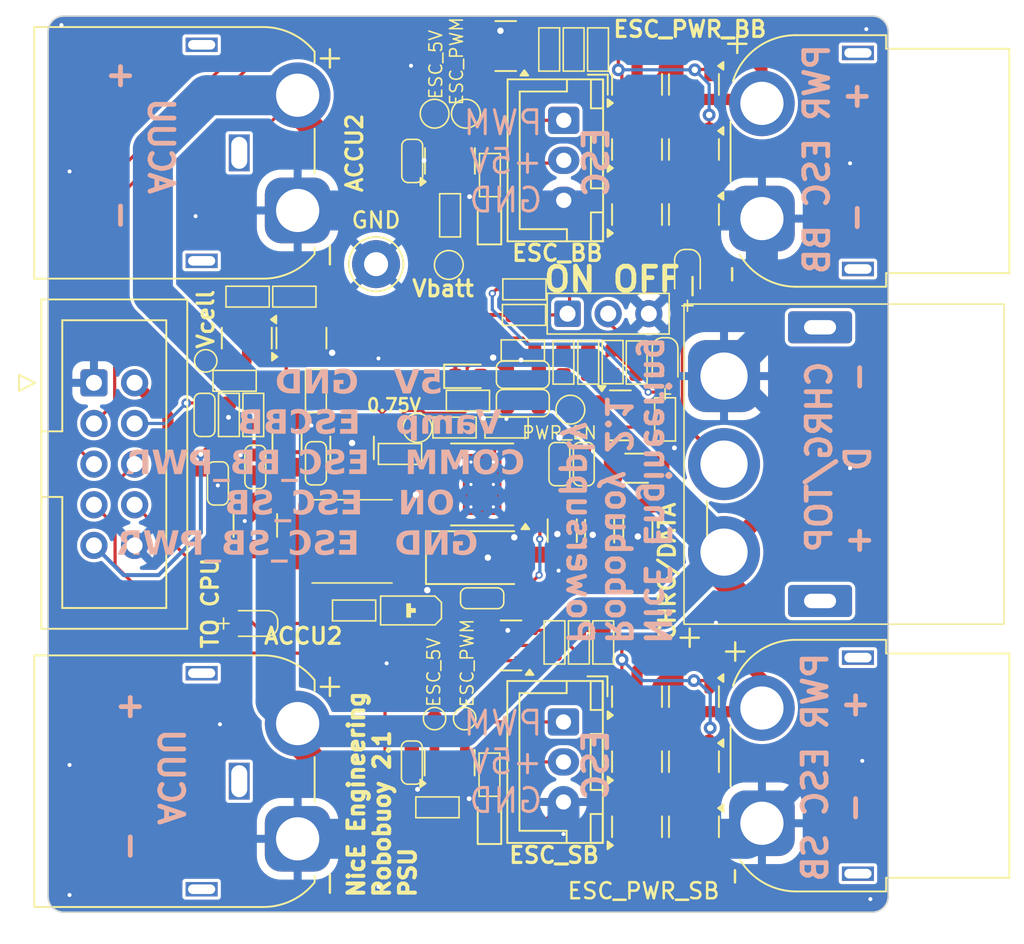
<source format=kicad_pcb>
(kicad_pcb (version 20241229) (generator "pcbnew") (generator_version "9.0")
  (title_block (title "Bottom V2.0 Round") (date "2025-03-14") (rev "2.0") (company "NicE Engineering"))
  (layers (0 "F.Cu" signal) (4 "In1.Cu" signal) (6 "In2.Cu" signal) (2 "B.Cu" signal) (13 "F.Paste" user) (15 "B.Paste" user) (5 "F.SilkS" user "F.Silkscreen") (7 "B.SilkS" user "B.Silkscreen") (1 "F.Mask" user) (3 "B.Mask" user) (25 "Edge.Cuts" user))
  (net 0 "")
  (net 1 "Net-(D101-A)")
  (net 2 "GND")
  (net 3 "VSAMP")
  (net 4 "Vbatt")
  (net 5 "+5V")
  (net 6 "COMM")
  (net 7 "Net-(Q101-D)")
  (net 8 "Net-(Q102-G)")
  (net 9 "Net-(Q102-D)")
  (net 10 "Net-(Q103-D)")
  (net 11 "ESC_SB_PWR")
  (net 12 "Net-(Q104-D)")
  (net 13 "ESC_BB_PWR")
  (net 14 "Net-(Q105-G)")
  (net 15 "Net-(Q106-G)")
  (net 16 "Net-(Q101-G)")
  (net 17 "ESC_BB")
  (net 18 "Net-(U102-A)")
  (net 19 "ESC_SB")
  (net 20 "Net-(D101-K)")
  (net 22 "Net-(D104-K)")
  (net 23 "Net-(U101-BOOT)")
  (net 24 "Net-(D107-K)")
  (net 25 "Net-(J102-Pin_2)")
  (net 26 "Net-(J103-Pin_2)")
  (net 27 "Net-(D105-A)")
  (net 28 "Net-(D106-A)")
  (net 29 "Net-(D108-A)")
  (net 30 "Net-(J102-Pin_1)")
  (net 31 "Net-(J103-Pin_1)")
  (net 32 "Net-(D103-A)")
  (net 33 "Net-(R105-Pad2)")
  (net 34 "Net-(U103-A)")
  (net 35 "Net-(U101-FB)")
  (net 37 "Net-(U101-RT{slash}SYNC)")
  (net 39 "ON")
  (net 40 "Net-(J105-Pin_2)")
  (net 41 "Net-(J106-Pin_2)")
  (net 42 "Net-(Q119-G)")
  (net 43 "Net-(Q119-D)")
  (footprint "A_Device:R_0603" (layer "F.Cu") (at 105.936 77.544 180)
    (property "Reference" "R123" (hide yes))
    (property "Value" "10K")
  )
  (footprint "A_Device:R_0603" (layer "F.Cu") (at 123.589 62.05 -90)
    (property "Reference" "R102" (hide yes))
    (property "Value" "100K")
  )
  (footprint "Connector_IDC:IDC-Header_2x05_P2.54mm_Vertical" (layer "F.Cu") (at 89.68 63.32)
    (property "Reference" "J108" (hide yes))
    (property "Value" "TO CPU")
  )
  (footprint "A_Device:C_0603" (layer "F.Cu") (at 109.5428 87.05 -90)
    (property "Reference" "C108" (hide yes))
    (property "Value" "100n")
  )
  (footprint "LED_SMD:LED_0603_1608Metric" (layer "F.Cu") (at 114.3942 90.6504 90)
    (property "Reference" "D105" (hide yes))
    (property "Value" "PWR_ESC")
  )
  (footprint "A_Device:R_0603" (layer "F.Cu") (at 115.461 66.114 180)
    (property "Reference" "R124" (hide yes))
    (property "Value" "47K")
  )
  (footprint "Package_TO_SOT_SMD:SOT-23" (layer "F.Cu") (at 127.1704 91.0568 -90)
    (property "Reference" "Q115" (hide yes))
    (property "Value" "AO3401A")
  )
  (footprint "A_Device:R_0603" (layer "F.Cu") (at 118.128 42.492 90)
    (property "Reference" "R118" (hide yes))
    (property "Value" "100K")
  )
  (footprint "Capacitor_SMD:C_1206_3216Metric" (layer "F.Cu") (at 101.745 67.1046 90)
    (property "Reference" "C113" (hide yes))
    (property "Value" "4.7uF/10V")
  )
  (footprint "Diode_SMD:D_SMA" (layer "F.Cu") (at 113.937 74.242)
    (property "Reference" "D107" (hide yes))
    (property "Value" "SS54")
  )
  (footprint "Package_TO_SOT_SMD:SOT-23-5" (layer "F.Cu") (at 111.905 87.05 90)
    (property "Reference" "U102" (hide yes))
    (property "Value" "SN74LV1T34DBV")
  )
  (footprint "A_Device:R_0603" (layer "F.Cu") (at 119.9799 79.5404 90)
    (property "Reference" "R119" (hide yes))
    (property "Value" "10K")
  )
  (footprint "A_Device:R_0603" (layer "F.Cu") (at 108.8062 67.765)
    (property "Reference" "R115" (hide yes))
    (property "Value" "47K")
  )
  (footprint "A_Connector:AMASS_XT60IPW-M_1x03_P7.20mm_Horizontal" (layer "F.Cu") (at 102.4085 91.812 90)
    (property "Reference" "J104" (hide yes))
    (property "Value" "ACCU2")
  )
  (footprint "A_Device:R_0603" (layer "F.Cu") (at 111.143 89.844 180)
    (property "Reference" "R112" (hide yes))
    (property "Value" "100")
  )
  (footprint "Connector_JST:JST_XH_B3B-XH-A_1x03_P2.50mm_Vertical" (layer "F.Cu") (at 119.034 46.918 -90)
    (property "Reference" "J103" (hide yes))
    (property "Value" "ESC_BB")
  )
  (footprint "Capacitor_SMD:C_1206_3216Metric" (layer "F.Cu") (at 123.589 68.654)
    (property "Reference" "C107" (hide yes))
    (property "Value" "22uF/35V")
  )
  (footprint "A_Device:R_0603" (layer "F.Cu") (at 98.1128 65.3266 -90)
    (property "Reference" "R110" (hide yes))
    (property "Value" "1k")
  )
  (footprint "A_Device:C_0603" (layer "F.Cu") (at 113.937 76.782)
    (property "Reference" "C114" (hide yes))
    (property "Value" "100n")
  )
  (footprint "A_Device:D_SOD-323_1.8x1.4x1.15" (layer "F.Cu") (at 126.764 56.5382 -90)
    (property "Reference" "D109" (hide yes))
    (property "Value" "1N4148WS")
  )
  (footprint "Package_TO_SOT_SMD:SOT-23" (layer "F.Cu") (at 123.6144 44.6764 90)
    (property "Reference" "Q114" (hide yes))
    (property "Value" "AO3401A")
  )
  (footprint "A_Device:R_0603" (layer "F.Cu") (at 112.2098 66.114)
    (property "Reference" "R116" (hide yes))
    (property "Value" "8.2K")
  )
  (footprint "A_Device:R_0603" (layer "F.Cu") (at 111.9304 52.8552 -90)
    (property "Reference" "R111" (hide yes))
    (property "Value" "100")
  )
  (footprint "A_Device:C_0603" (layer "F.Cu") (at 96.5888 65.3266 -90)
    (property "Reference" "C106" (hide yes))
    (property "Value" "100n")
  )
  (footprint "A_Device:C_0603" (layer "F.Cu") (at 120.287 68.4 90)
    (property "Reference" "C102" (hide yes))
    (property "Value" "100n")
  )
  (footprint "A_Device:D_SOD-323_1.8x1.4x1.15" (layer "F.Cu") (at 99.6114 78.3568 180)
    (property "Reference" "D104" (hide yes))
    (property "Value" "1N4148WS")
  )
  (footprint "Package_TO_SOT_SMD:SOT-23" (layer "F.Cu") (at 123.6144 52.8044 90)
    (property "Reference" "Q108" (hide yes))
    (property "Value" "AO3401A")
  )
  (footprint "A_Device:R_0603" (layer "F.Cu") (at 121.5039 79.5404 90)
    (property "Reference" "R121" (hide yes))
    (property "Value" "18K")
  )
  (footprint "A_Connector:AMASS_XT60PW-F_1x02_P7.20mm_Horizontal" (layer "F.Cu") (at 131.417 53.058 -90)
    (property "Reference" "J106" (hide yes))
    (property "Value" "ESC_PWR_BB")
  )
  (footprint "A_Device:C_0603" (layer "F.Cu") (at 118.763 68.4 90)
    (property "Reference" "C103" (hide yes))
    (property "Value" "10n")
  )
  (footprint "A_Pads_Pins:Testpad_1.4" (layer "F.Cu") (at 119.4488 64.9964 180)
    (property "Reference" "TP102" (hide yes))
    (property "Value" "PWR_EN")
  )
  (footprint "A_Pads_Pins:Testpad_1.4" (layer "F.Cu") (at 112.921 46.5052)
    (property "Reference" "TP105" (hide yes))
    (property "Value" "ESC_PWM")
  )
  (footprint "Package_TO_SOT_SMD:SOT-23-5" (layer "F.Cu") (at 111.922 49.458 90)
    (property "Reference" "U103" (hide yes))
    (property "Value" "SN74LV1T34DBV")
  )
  (footprint "TestPoint:TestPoint_Loop_D2.54mm_Drill1.5mm_Beaded" (layer "F.Cu") (at 107.3076 55.9032)
    (property "Reference" "TP101" (hide yes))
    (property "Value" "GND")
  )
  (footprint "Package_TO_SOT_SMD:SOT-23" (layer "F.Cu") (at 102.6453 60.526 90)
    (property "Reference" "Q101" (hide yes))
    (property "Value" "AO3400A")
  )
  (footprint "A_Device:R_0603" (layer "F.Cu") (at 98.4684 63.193 180)
    (property "Reference" "R109" (hide yes))
    (property "Value" "6.2k")
  )
  (footprint "Package_TO_SOT_SMD:SOT-23" (layer "F.Cu") (at 127.1704 82.9288 -90)
    (property "Reference" "Q111" (hide yes))
    (property "Value" "AO3401A")
  )
  (footprint "A_Device:R_0603" (layer "F.Cu") (at 116.477 61.288 180)
    (property "Reference" "R107" (hide yes))
    (property "Value" "47K")
  )
  (footprint "A_Connector:AMASS_XT60IPW-M_1x03_P5.50mm_Vertical" (layer "F.Cu") (at 129.05 68.4 -90)
    (property "Reference" "J101" (hide yes))
    (property "Value" "CHRG/DATA")
  )
  (footprint "A_Device:R_0603" (layer "F.Cu") (at 116.5786 57.478 180)
    (property "Reference" "R127" (hide yes))
    (property "Value" "2K")
  )
  (footprint "A_Device:C_0805" (layer "F.Cu") (at 116.477 62.812 180)
    (property "Reference" "C104" (hide yes))
    (property "Value" "10u/25V")
  )
  (footprint "LED_SMD:LED_0603_1608Metric" (layer "F.Cu") (at 114.3942 53.1854 90)
    (property "Reference" "D106" (hide yes))
    (property "Value" "PWR_ESC")
  )
  (footprint "A_Device:L_6.6x7.0mm" (layer "F.Cu") (at 105.809 73.226 180)
    (property "Reference" "L101" (hide yes))
    (property "Value" "10uH")
  )
  (footprint "Capacitor_SMD:C_1206_3216Metric" (layer "F.Cu") (at 123.6652 72.582051 -90)
    (property "Reference" "C110" (hide yes))
    (property "Value" "22uF/35V")
  )
  (footprint "A_Pads_Pins:Testpad_1.4" (layer "F.Cu") (at 109.8984 66.1394 180)
    (property "Reference" "TP106" (hide yes))
    (property "Value" "0.75V")
  )
  (footprint "A_Connector:AMASS_XT60PW-F_1x02_P7.20mm_Horizontal" (layer "F.Cu") (at 131.417 90.84 -90)
    (property "Reference" "J105" (hide yes))
    (property "Value" "ESC_PWR_SB")
  )
  (footprint "Capacitor_SMD:C_1210_3225Metric" (layer "F.Cu") (at 105.809 67.384 90)
    (property "Reference" "C111" (hide yes))
    (property "Value" "100u/10V")
  )
  (footprint "Package_TO_SOT_SMD:SOT-23" (layer "F.Cu") (at 127.1704 86.9928 -90)
    (property "Reference" "Q113" (hide yes))
    (property "Value" "AO3401A")
  )
  (footprint "A_Connector:AMASS_XT60IPW-M_1x03_P7.20mm_Horizontal" (layer "F.Cu") (at 102.4085 52.55 90)
    (property "Reference" "J107" (hide yes))
    (property "Value" "ACCU2")
  )
  (footprint "Package_TO_SOT_SMD:SOT-23" (layer "F.Cu") (at 123.6144 86.9928 90)
    (property "Reference" "Q105" (hide yes))
    (property "Value" "AO3401A")
  )
  (footprint "Package_SO:SOIC-8-1EP_3.9x4.9mm_P1.27mm_EP2.41x3.81mm_ThermalVias" (layer "F.Cu") (at 113.937 69.67 180)
    (property "Reference" "U101" (hide yes))
    (property "Value" "LMR16020PDDA")
  )
  (footprint "Package_TO_SOT_SMD:SOT-23" (layer "F.Cu") (at 115.7404 79.7284 180)
    (property "Reference" "Q103" (hide yes))
    (property "Value" "AO3400A")
  )
  (footprint "Connector_JST:JST_XH_B3B-XH-A_1x03_P2.50mm_Vertical" (layer "F.Cu") (at 119.017 84.51 -90)
    (property "Reference" "J102" (hide yes))
    (property "Value" "ESC_SB")
  )
  (footprint "A_Device:C_0603" (layer "F.Cu") (at 99.7638 68.5778 90)
    (property "Reference" "C112" (hide yes))
    (property "Value" "100n")
  )
  (footprint "A_Pads_Pins:Testpad_1.4" (layer "F.Cu") (at 111.8542 55.954)
    (property "Reference" "TP109" (hide yes))
    (property "Value" "Vbatt")
  )
  (footprint "A_Device:R_0603" (layer "F.Cu") (at 125.367 65.606 90)
    (property "Reference" "R132" (hide yes))
    (property "Value" "10K")
  )
  (footprint "Package_TO_SOT_SMD:SOT-23" (layer "F.Cu") (at 123.6144 48.7404 90)
    (property "Reference" "Q112" (hide yes))
    (property "Value" "AO3401A")
  )
  (footprint "A_Device:C_0603" (layer "F.Cu") (at 103.5484 68.3492 90)
    (property "Reference" "C119" (hide yes))
    (property "Value" "1n")
  )
  (footprint "A_Device:D_SOD-323_1.8x1.4x1.15" (layer "F.Cu") (at 125.367 62.05 -90)
    (property "Reference" "D101" (hide yes))
    (property "Value" "1N4148WS")
  )
  (footprint "A_Device:C_0603" (layer "F.Cu") (at 109.5682 49.458 -90)
    (property "Reference" "C109" (hide yes))
    (property "Value" "100n")
  )
  (footprint "Package_TO_SOT_SMD:SOT-23" (layer "F.Cu") (at 122.573 65.352)
    (property "Reference" "Q119" (hide yes))
    (property "Value" "AO3401A")
  )
  (footprint "A_Device:C_0603" (layer "F.Cu") (at 97.427 69.6058 -90)
    (property "Reference" "C116" (hide yes))
    (property "Value" "100n")
  )
  (footprint "A_Pads_Pins:Testpad_1.4" (layer "F.Cu") (at 110.9652 46.5052)
    (property "Reference" "TP108" (hide yes))
    (property "Value" "ESC_5V")
  )
  (footprint "A_Device:R_0603" (layer "F.Cu") (at 113.048 64.4376 180)
    (property "Reference" "R103" (hide yes))
    (property "Value" "10K")
  )
  (footprint "A_Connector:Header_1x03_P2.54_Male" (layer "F.Cu") (at 121.811 59.002)
    (property "Reference" "SW101" (hide yes))
    (property "Value" "On/Off")
  )
  (footprint "A_Device:R_0603" (layer "F.Cu") (at 114.4196 50.3406 90)
    (property "Reference" "R114" (hide yes))
    (property "Value" "4.7k")
  )
  (footprint "LED_SMD:LED_0603_1608Metric" (layer "F.Cu") (at 113.048 62.9136)
    (property "Reference" "D103" (hide yes))
    (property "Value" "COM")
  )
  (footprint "A_Device:R_0603" (layer "F.Cu") (at 114.3942 87.8056 90)
    (property "Reference" "R113" (hide yes))
    (property "Value" "4.7k")
  )
  (footprint "Package_TO_SOT_SMD:SOT-23" (layer "F.Cu") (at 127.1704 52.8044 -90)
    (property "Reference" "Q110" (hide yes))
    (property "Value" "AO3401A")
  )
  (footprint "A_Device:R_0603" (layer "F.Cu") (at 120.5664 62.05 90)
    (property "Reference" "R105" (hide yes))
    (property "Value" "100K")
  )
  (footprint "A_Pads_Pins:Testpad_1" (layer "F.Cu") (at 110.9652 84.3004)
    (property "Reference" "TP107" (hide yes))
    (property "Value" "ESC_5V")
  )
  (footprint "Capacitor_SMD:C_1210_3225Metric" (layer "F.Cu") (at 99.7638 72.2354 90)
    (property "Reference" "C117" (hide yes))
    (property "Value" "100u/10V")
  )
  (footprint "A_Device:R_0603" (layer "F.Cu") (at 116.5532 59.0782 180)
    (property "Reference" "R129" (hide yes))
    (property "Value" "2K")
  )
  (footprint "A_Device:R_0603" (layer "F.Cu") (at 122.0904 62.0246 -90)
    (property "Reference" "R126" (hide yes))
    (property "Value" "100K")
  )
  (footprint "A_Device:R_0603" (layer "F.Cu") (at 99.6368 65.3266 -90)
    (property "Reference" "R108" (hide yes))
    (property "Value" "1k")
  )
  (footprint "A_Device:R_0603" (layer "F.Cu") (at 119.652 42.492 90)
    (property "Reference" "R120" (hide yes))
    (property "Value" "10K")
  )
  (footprint "A_Device:R_0603" (layer "F.Cu") (at 103.5484 63.828 -90)
    (property "Reference" "R101" (hide yes))
    (property "Value" "100")
  )
  (footprint "A_Device:R_0603" (layer "F.Cu") (at 121.176 42.492 90)
    (property "Reference" "R122" (hide yes))
    (property "Value" "18K")
  )
  (footprint "Package_TO_SOT_SMD:SOT-23" (layer "F.Cu") (at 123.6144 82.9288 90)
    (property "Reference" "Q107" (hide yes))
    (property "Value" "AO3401A")
  )
  (footprint "Capacitor_SMD:C_1206_3216Metric" (layer "F.Cu") (at 121.2776 72.591 -90)
    (property "Reference" "C101" (hide yes))
    (property "Value" "4.7uF/50V")
  )
  (footprint "A_Passive:LED_0805" (layer "F.Cu") (at 109.492 77.544 180)
    (property "Reference" "D108" (hide yes))
    (property "Value" "3.3V")
  )
  (footprint "Package_TO_SOT_SMD:SOT-23" (layer "F.Cu") (at 99.2304 60.526 -90)
    (property "Reference" "Q102" (hide yes))
    (property "Value" "AO3401A")
  )
  (footprint "Package_TO_SOT_SMD:SOT-23" (layer "F.Cu") (at 123.6144 91.0568 90)
    (property "Reference" "Q109" (hide yes))
    (property "Value" "AO3401A")
  )
  (footprint "A_Pads_Pins:Testpad_1" (layer "F.Cu") (at 96.665 61.9484)
    (property "Reference" "TP103" (hide yes))
    (property "Value" "Vcell")
  )
  (footprint "Capacitor_SMD:C_1206_3216Metric" (layer "F.Cu") (at 118.940801 72.556651 -90)
    (property "Reference" "C115" (hide yes))
    (property "Value" "22uF/35V")
  )
  (footprint "A_Device:R_0603" (layer "F.Cu") (at 99.2812 57.9352 180)
    (property "Reference" "R128" (hide yes))
    (property "Value" "10K")
  )
  (footprint "Package_TO_SOT_SMD:SOT-23" (layer "F.Cu") (at 127.1704 44.6764 -90)
    (property "Reference" "Q116" (hide yes))
    (property "Value" "AO3401A")
  )
  (footprint "Package_TO_SOT_SMD:SOT-23" (layer "F.Cu") (at 115.4102 42.2775 180)
    (property "Reference" "Q104" (hide yes))
    (property "Value" "AO3400A")
  )
  (footprint "A_Device:R_0603" (layer "F.Cu") (at 118.4559 79.5404 90)
    (property "Reference" "R117" (hide yes))
    (property "Value" "100K")
  )
  (footprint "A_Device:R_0603" (layer "F.Cu") (at 102.2022 57.9352 180)
    (property "Reference" "R104" (hide yes))
    (property "Value" "100K")
  )
  (footprint "A_Device:R_0603" (layer "F.Cu") (at 119.017 62.05 90)
    (property "Reference" "R106" (hide yes))
    (property "Value" "100K")
  )
  (footprint "A_Pads_Pins:Testpad_1" (layer "F.Cu") (at 112.8448 84.3004)
    (property "Reference" "TP104" (hide yes))
    (property "Value" "ESC_PWM")
  )
  (footprint "Package_TO_SOT_SMD:SOT-23" (layer "F.Cu") (at 127.1704 48.7404 -90)
    (property "Reference" "Q106" (hide yes))
    (property "Value" "AO3401A")
  )
  (footprint "A_Device:C_0805" (layer "F.Cu") (at 116.477 64.59 180)
    (property "Reference" "C105" (hide yes))
    (property "Value" "10u/25V")
  )
  (gr_arc (start 87.81 96.4) (mid 87.102893 96.107107) (end 86.81 95.4) (stroke (width 0.1)) (layer "Edge.Cuts"))
  (gr_arc (start 139.31 95.4) (mid 139.017107 96.107107) (end 138.31 96.4) (stroke (width 0.1)) (layer "Edge.Cuts"))
  (gr_line (start 87.81 40.4) (end 138.31 40.4) (stroke (width 0.1)) (layer "Edge.Cuts"))
  (gr_arc (start 86.81 41.4) (mid 87.102893 40.692893) (end 87.81 40.4) (stroke (width 0.1)) (layer "Edge.Cuts"))
  (gr_arc (start 138.31 40.4) (mid 139.017107 40.692893) (end 139.31 41.4) (stroke (width 0.1)) (layer "Edge.Cuts"))
  (gr_line (start 138.31 96.4) (end 87.81 96.4) (stroke (width 0.1)) (layer "Edge.Cuts"))
  (gr_line (start 86.81 95.4) (end 86.81 41.4) (stroke (width 0.1)) (layer "Edge.Cuts"))
  (gr_line (start 139.31 41.4) (end 139.31 95.4) (stroke (width 0.1)) (layer "Edge.Cuts"))
  (gr_text "ON OFF" (at 117.6454 57.732 0) (layer "F.SilkS") (effects (font (size 1.5 1.5) (thickness 0.3) (bold yes)) (justify left bottom)))
  (gr_text "NicE Engineering\nRobobuoy 2.1\nPSU" (at 109.873 95.578 90) (layer "F.SilkS") (effects (font (size 1 1) (thickness 0.25) (bold yes)) (justify left bottom)))
  (gr_text "+" (at 126.7894 79.2458 90) (layer "F.SilkS") (effects (font (size 1.5 1.5))))
  (gr_text "ESC" (at 121.9144 84.8488 90) (layer "B.SilkS") (effects (font (size 1.5 1.5) (thickness 0.3) (bold yes)) (justify left bottom mirror)))
  (gr_text "PWM\n+5V\nGND" (at 117.8232 90.2948 0) (layer "B.SilkS") (effects (font (size 1.5 1.5) (thickness 0.1875)) (justify left bottom mirror)))
  (gr_text "NicE Engineering\nRobobuoy 2.1\nPowersupply" (at 119.144 79.8046 270) (layer "B.SilkS") (effects (font (size 1.5 1.5) (thickness 0.3) (bold yes)) (justify left bottom mirror)))
  (gr_text "PWR ESC SB\n  +    -" (at 138.0416 80.0332 90) (layer "B.SilkS") (effects (font (size 1.5 1.5) (thickness 0.3) (bold yes)) (justify left bottom mirror)))
  (gr_text "PWR ESC BB\n  +     -" (at 138.1432 42.0094 90) (layer "B.SilkS") (effects (font (size 1.5 1.5) (thickness 0.3) (bold yes)) (justify left bottom mirror)))
  (gr_text "CHRG/TOP\n-   D   +" (at 138.2956 61.8214 90) (layer "B.SilkS") (effects (font (size 1.5 1.5) (thickness 0.3) (bold yes)) (justify left bottom mirror)))
  (gr_text "  ACUU\n-      +" (at 90.569 53.9728 270) (layer "B.SilkS") (effects (font (size 1.5 1.5) (thickness 0.3) (bold yes)) (justify left bottom mirror)))
  (gr_text "PWM\n+5V\nGND" (at 117.8232 52.779 0) (layer "B.SilkS") (effects (font (size 1.5 1.5) (thickness 0.1875)) (justify left bottom mirror)))
  (gr_text "  ACUU\n-      +" (at 91.1786 93.3936 270) (layer "B.SilkS") (effects (font (size 1.5 1.5) (thickness 0.3) (bold yes)) (justify left bottom mirror)))
  (gr_text "       5V   GND\n  Vamp   ESCBB\nCOMM   ESC_BB_PWR\n      ON   ESC_SB\n    GND   ESC_SB_PWR\n" (at 116.604 68.4 0) (layer "B.SilkS") (effects (font (size 1.5 1.5) (thickness 0.3) (bold yes)) (justify left mirror)))
  (gr_text "ESC" (at 121.938 47.191 90) (layer "B.SilkS") (effects (font (size 1.5 1.5) (thickness 0.3) (bold yes)) (justify left bottom mirror)))
  (segment (start 120.5664 62.7986) (end 122.0904 61.2746) (width 0.2) (layer "F.Cu") (net 1))
  (segment (start 125.367 63.1) (end 124.8676 63.1) (width 0.2) (layer "F.Cu") (net 1))
  (segment (start 122.0904 61.3014) (end 123.589 62.8) (width 0.2) (layer "F.Cu") (net 1))
  (segment (start 122.0904 61.2746) (end 122.0904 61.3014) (width 0.2) (layer "F.Cu") (net 1))
  (segment (start 120.5664 62.8) (end 120.5664 62.7986) (width 0.2) (layer "F.Cu") (net 1))
  (segment (start 120.6052 62.8) (end 120.541 62.8) (width 0.2) (layer "F.Cu") (net 1))
  (segment (start 124.5676 62.8) (end 123.589 62.8) (width 0.2) (layer "F.Cu") (net 1))
  (segment (start 124.8676 63.1) (end 124.5676 62.8) (width 0.2) (layer "F.Cu") (net 1))
  (segment (start 98.1128 65.502) (end 98.0874 65.4766) (width 0.2) (layer "F.Cu") (net 2))
  (segment (start 116.3477 41.3275) (end 115.0839 41.3275) (width 0.2) (layer "F.Cu") (net 2))
  (segment (start 105.2382 67.65) (end 105.809 67.0792) (width 0.6) (layer "F.Cu") (net 2))
  (segment (start 120.827055 72.838345) (end 120.8458 72.8196) (width 0.6) (layer "F.Cu") (net 2))
  (segment (start 109.5682 50.208) (end 109.5682 50.1628) (width 0.2) (layer "F.Cu") (net 2))
  (segment (start 103.269 65.987) (end 103.4976 66.2156) (width 0.6) (layer "F.Cu") (net 2))
  (segment (start 110.508 77.528) (end 110.508 76.274) (width 0.2) (layer "F.Cu") (net 2))
  (segment (start 111.462 70.305) (end 113.302 70.305) (width 0.6) (layer "F.Cu") (net 2))
  (segment (start 114.3942 53.9729) (end 116.9791 53.9729) (width 0.2) (layer "F.Cu") (net 2))
  (segment (start 111.462 70.305) (end 109.7968 70.305) (width 0.4) (layer "F.Cu") (net 2))
  (segment (start 99.7638 71.2956) (end 99.1034 71.956) (width 0.8) (layer "F.Cu") (net 2))
  (segment (start 109.5682 50.1628) (end 110.3048 49.4262) (width 0.2) (layer "F.Cu") (net 2))
  (segment (start 97.427 69.737773) (end 97.420027 69.7308) (width 0.4) (layer "F.Cu") (net 2))
  (segment (start 101.745 65.4554) (end 102.7374 65.4554) (width 0.8) (layer "F.Cu") (net 2))
  (segment (start 115.477 64.59) (end 115.477 62.812) (width 0.2) (layer "F.Cu") (net 2))
  (segment (start 115.477 65.552654) (end 115.452355 65.577299) (width 0.2) (layer "F.Cu") (net 2))
  (segment (start 121.150601 74.256651) (end 121.014651 74.256651) (width 0.6) (layer "F.Cu") (net 2))
  (segment (start 118.819149 74.057051) (end 123.6652 74.057051) (width 0.6) (layer "F.Cu") (net 2))
  (segment (start 125.289 68.654) (end 125.289 68.0462) (width 0.6) (layer "F.Cu") (net 2))
  (segment (start 113.302 70.305) (end 113.937 69.67) (width 0.6) (layer "F.Cu") (net 2))
  (segment (start 121.014651 74.256651) (end 120.827055 74.069055) (width 0.6) (layer "F.Cu") (net 2))
  (segment (start 114.0132 65.5298) (end 114.1268 65.5298) (width 0.2) (layer "F.Cu") (net 2))
  (segment (start 104.5413 61.4635) (end 104.5644 61.4404) (width 0.25) (layer "F.Cu") (net 2))
  (segment (start 114.6228 61.7452) (end 114.645249 61.767649) (width 0.2) (layer "F.Cu") (net 2))
  (segment (start 103.523 67.65) (end 105.2382 67.65) (width 0.6) (layer "F.Cu") (net 2))
  (segment (start 99.7638 67.8278) (end 99.9416 67.8278) (width 0.25) (layer "F.Cu") (net 2))
  (segment (start 105.809 65.909) (end 105.809 67.0792) (width 0.6) (layer "F.Cu") (net 2))
  (segment (start 116.3477 41.3275) (end 117.7135 41.3275) (width 0.2) (layer "F.Cu") (net 2))
  (segment (start 112.9598 66.114) (end 112.9598 66.1274) (width 0.2) (layer "F.Cu") (net 2))
  (segment (start 113.937 67.1046) (end 113.937 69.67) (width 0.2) (layer "F.Cu") (net 2))
  (segment (start 97.427 70.3558) (end 97.427 69.737773) (width 0.4) (layer "F.Cu") (net 2))
  (segment (start 114.711 66.114) (end 114.711 68.896) (width 0.2) (layer "F.Cu") (net 2))
  (segment (start 116.6899 78.7904) (end 116.6779 78.7784) (width 0.2) (layer "F.Cu") (net 2))
  (segment (start 116.9791 53.9729) (end 119.034 51.918) (width 0.2) (layer "F.Cu") (net 2))
  (segment (start 98.8628 67.8278) (end 98.8494 67.8412) (width 0.2) (layer "F.Cu") (net 2))
  (segment (start 115.727 61.738) (end 115.883229 61.894229) (width 0.2) (layer "F.Cu") (net 2))
  (segment (start 120.287 67.65) (end 118.763 67.65) (width 0.4) (layer "F.Cu") (net 2))
  (segment (start 118.4559 78.7904) (end 116.6899 78.7904) (width 0.2) (layer "F.Cu") (net 2))
  (segment (start 114.645249 61.980249) (end 115.477 62.812) (width 0.2) (layer "F.Cu") (net 2))
  (segment (start 118.636 74.0878) (end 118.636 72.7688) (width 0.6) (layer "F.Cu") (net 2))
  (segment (start 100.1194 67.65) (end 103.523 67.65) (width 0.25) (layer "F.Cu") (net 2))
  (segment (start 118.7122 74.164) (end 118.819149 74.057051) (width 0.6) (layer "F.Cu") (net 2))
  (segment (start 112.855 89.035) (end 113.1242 89.3042) (width 0.2) (layer "F.Cu") (net 2))
  (segment (start 101.745 65.4554) (end 101.745 65.872) (width 0.7) (layer "F.Cu") (net 2))
  (segment (start 99.7638 70.7604) (end 99.7638 71.2956) (width 0.8) (layer "F.Cu") (net 2))
  (segment (start 118.7122 74.164) (end 118.7122 75.0548) (width 0.4) (layer "F.Cu") (net 2))
  (segment (start 115.727 61.288) (end 115.727 61.738) (width 0.2) (layer "F.Cu") (net 2))
  (segment (start 102.7374 65.4554) (end 103.269 65.987) (width 0.8) (layer "F.Cu") (net 2))
  (segment (start 115.937 74.242) (end 114.2926 74.242) (width 0.4) (layer "F.Cu") (net 2))
  (segment (start 103.5953 61.4635) (end 104.5413 61.4635) (width 0.25) (layer "F.Cu") (net 2))
  (segment (start 109.5428 87.8) (end 109.5428 88.3644) (width 0.2) (layer "F.Cu") (net 2))
  (segment (start 118.7122 74.164) (end 118.636 74.0878) (width 0.6) (layer "F.Cu") (net 2))
  (segment (start 109.5428 88.3644) (end 109.8984 88.72) (width 0.2) (layer "F.Cu") (net 2))
  (segment (start 114.711 68.896) (end 113.937 69.67) (width 0.2) (layer "F.Cu") (net 2))
  (segment (start 115.477 64.59) (end 115.477 65.552654) (width 0.2) (layer "F.Cu") (net 2))
  (segment (start 112.872 50.5955) (end 112.872 51.4092) (width 0.2) (layer "F.Cu") (net 2))
  (segment (start 112.9598 66.1274) (end 113.937 67.1046) (width 0.2) (layer "F.Cu") (net 2))
  (segment (start 114.645249 61.767649) (end 114.645249 61.980249) (width 0.2) (layer "F.Cu") (net 2))
  (segment (start 99.7638 67.8278) (end 98.8628 67.8278) (width 0.2) (layer "F.Cu") (net 2))
  (segment (start 117.0891 91.4379) (end 119.017 89.51) (width 0.2) (layer "F.Cu") (net 2))
  (segment (start 123.6652 74.057051) (end 123.6652 72.9212) (width 0.6) (layer "F.Cu") (net 2))
  (segment (start 113.937 69.67) (end 113.937 72.242) (width 0.6) (layer "F.Cu") (net 2))
  (segment (start 98.1128 66.0766) (end 98.1128 65.502) (width 0.2) (layer "F.Cu") (net 2))
  (segment (start 118.763 67.65) (end 118.763 66.749) (width 0.4) (layer "F.Cu") (net 2))
  (segment (start 103.4976 67.5484) (end 103.5484 67.5992) (width 0.6) (layer "F.Cu") (net 2))
  (segment (start 113.937 72.242) (end 115.937 74.242) (width 0.6) (layer "F.Cu") (net 2))
  (segment (start 116.121949 74.057051) (end 123.6652 74.057051) (width 1) (layer "F.Cu") (net 2))
  (segment (start 112.855 88.1875) (end 112.855 89.035) (width 0.2) (layer "F.Cu") (net 2))
  (segment (start 115.937 72.9786) (end 115.9436 72.972) (width 0.4) (layer "F.Cu") (net 2))
  (segment (start 117.7135 41.3275) (end 118.128 41.742) (width 0.2) (layer "F.Cu") (net 2))
  (segment (start 114.1268 65.5298) (end 114.711 66.114) (width 0.2) (layer "F.Cu") (net 2))
  (segment (start 114.3942 91.4379) (end 117.0891 91.4379) (width 0.2) (layer "F.Cu") (net 2))
  (segment (start 112.872 51.4092) (end 113.1496 51.6868) (width 0.2) (layer "F.Cu") (net 2))
  (segment (start 115.937 74.242) (end 115.937 72.9786) (width 0.4) (layer "F.Cu") (net 2))
  (segment (start 120.827055 74.069055) (end 120.827055 72.838345) (width 0.6) (layer "F.Cu") (net 2))
  (segment (start 99.9416 67.8278) (end 100.1194 67.65) (width 0.25) (layer "F.Cu") (net 2))
  (segment (start 125.289 68.0462) (end 125.9512 67.384) (width 0.6) (layer "F.Cu") (net 2))
  (segment (start 115.937 74.242) (end 116.121949 74.057051) (width 1) (layer "F.Cu") (net 2))
  (segment (start 115.0839 41.3275) (end 115.08 41.3236) (width 0.2) (layer "F.Cu") (net 2))
  (segment (start 110.492 77.544) (end 110.508 77.528) (width 0.2) (layer "F.Cu") (net 2))
  (segment (start 118.4559 78.7904) (end 115.539 78.7904) (width 0.2) (layer "F.Cu") (net 2))
  (segment (start 99.6368 66.0766) (end 96.5888 66.0766) (width 0.2) (layer "F.Cu") (net 2))
  (segment (start 103.4976 66.2156) (end 103.4976 67.5484) (width 0.6) (layer "F.Cu") (net 2))
  (segment (start 115.883229 61.894229) (end 116.364147 61.894229) (width 0.2) (layer "F.Cu") (net 2))
  (segment (start 115.539 78.7904) (end 115.5372 78.7886) (width 0.2) (layer "F.Cu") (net 2))
  (via (at 113.1242 89.3042) (size 0.6) (drill 0.3) (layers "F.Cu" "B.Cu") (net 2))
  (via (at 88.156 95.324) (size 0.45) (drill 0.25) (layers "F.Cu" "B.Cu") (net 2))
  (via (at 109.7968 70.305) (size 0.8) (drill 0.4) (layers "F.Cu" "B.Cu") (net 2))
  (via (at 128.542 78.306) (size 0.45) (drill 0.25) (layers "F.Cu" "B.Cu") (net 2))
  (via (at 109.492 43.508) (size 0.45) (drill 0.25) (layers "F.Cu" "B.Cu") (net 2))
  (via (at 87.648 40.968) (size 0.45) (drill 0.25) (layers "F.Cu" "B.Cu") (net 2))
  (via (at 98.0874 65.4766) (size 0.6) (drill 0.3) (layers "F.Cu" "B.Cu") (net 2))
  (via (at 125.9512 67.384) (size 0.6) (drill 0.3) (layers "F.Cu" "B.Cu") (net 2))
  (via (at 99.1034 71.956) (size 0.45) (drill 0.25) (layers "F.Cu" "B.Cu") (net 2))
  (via (at 97.420027 69.7308) (size 0.45) (drill 0.25) (layers "F.Cu" "B.Cu") (net 2))
  (via (at 115.9436 72.972) (size 0.8) (drill 0.4) (layers "F.Cu" "B.Cu") (net 2))
  (via (at 137.686 86.942) (size 0.45) (drill 0.25) (layers "F.Cu" "B.Cu") (net 2))
  (via (at 109.8984 88.72) (size 0.6) (drill 0.3) (layers "F.Cu" "B.Cu") (net 2))
  (via (at 114.2926 74.242) (size 0.8) (drill 0.4) (layers "F.Cu" "B.Cu") (net 2))
  (via (at 118.763 66.749) (size 0.8) (drill 0.4) (layers "F.Cu" "B.Cu") (net 2))
  (via (at 123.716 41.222) (size 0.45) (drill 0.25) (layers "F.Cu" "B.Cu") (net 2))
  (via (at 96.03 52.906) (size 0.45) (drill 0.25) (layers "F.Cu" "B.Cu") (net 2))
  (via (at 107.46 94.816) (size 0.45) (drill 0.25) (layers "F.Cu" "B.Cu") (net 2))
  (via (at 110.508 76.274) (size 0.8) (drill 0.4) (layers "F.Cu" "B.Cu") (net 2))
  (via (at 107.968 80.846) (size 0.45) (drill 0.25) (layers "F.Cu" "B.Cu") (net 2))
  (via (at 113.1496 51.6868) (size 0.6) (drill 0.3) (layers "F.Cu" "B.Cu") (net 2))
  (via (at 120.8458 72.8196) (size 0.8) (drill 0.4) (layers "F.Cu" "B.Cu") (net 2))
  (via (at 98.8494 67.8412) (size 0.45) (drill 0.25) (layers "F.Cu" "B.Cu") (net 2))
  (via (at 88.156 87.196) (size 0.45) (drill 0.25) (layers "F.Cu" "B.Cu") (net 2))
  (via (at 110.3048 49.4262) (size 0.6) (drill 0.3) (layers "F.Cu" "B.Cu") (net 2))
  (via (at 119.017 91.514) (size 0.45) (drill 0.25) (layers "F.Cu" "B.Cu") (net 2))
  (via (at 116.364147 61.894229) (size 0.6) (drill 0.3) (layers "F.Cu" "B.Cu") (net 2))
  (via (at 103.269 65.987) (size 0.45) (drill 0.25) (layers "F.Cu" "B.Cu") (net 2))
  (via (at 107.46 61.796) (size 0.45) (drill 0.25) (layers "F.Cu" "B.Cu") (net 2))
  (via (at 88.156 50.112) (size 0.45) (drill 0.25) (layers "F.Cu" "B.Cu") (net 2))
  (via (at 136.924 49.604) (size 0.45) (drill 0.25) (layers "F.Cu" "B.Cu") (net 2))
  (via (at 115.452355 65.577299) (size 0.45) (drill 0.25) (layers "F.Cu" "B.Cu") (net 2))
  (via (at 114.6228 61.7452) (size 0.8) (drill 0.4) (layers "F.Cu" "B.Cu") (net 2))
  (via (at 115.5372 78.7886) (size 0.6) (drill 0.3) (layers "F.Cu" "B.Cu") (net 2))
  (via (at 123.6652 72.9212) (size 0.8) (drill 0.4) (layers "F.Cu" "B.Cu") (net 2))
  (via (at 115.08 41.3236) (size 0.8) (drill 0.4) (layers "F.Cu" "B.Cu") (net 2))
  (via (at 97.554 84.656) (size 0.45) (drill 0.25) (layers "F.Cu" "B.Cu") (net 2))
  (via (at 114.0132 65.5298) (size 0.6) (drill 0.3) (layers "F.Cu" "B.Cu") (net 2))
  (via (at 136.924 68.654) (size 0.45) (drill 0.25) (layers "F.Cu" "B.Cu") (net 2))
  (via (at 137.94 41.222) (size 0.45) (drill 0.25) (layers "F.Cu" "B.Cu") (net 2))
  (via (at 105.809 67.0792) (size 0.8) (drill 0.4) (layers "F.Cu" "B.Cu") (net 2))
  (via (at 104.5644 61.4404) (size 0.8) (drill 0.4) (layers "F.Cu" "B.Cu") (net 2))
  (via (at 118.636 72.7688) (size 0.8) (drill 0.4) (layers "F.Cu" "B.Cu") (net 2))
  (via (at 138.194 95.578) (size 0.45) (drill 0.25) (layers "F.Cu" "B.Cu") (net 2))
  (via (at 118.7122 75.0548) (size 0.45) (drill 0.25) (layers "F.Cu" "B.Cu") (net 2))
  (segment (start 102.4085 52.55) (end 130.909 52.55) (width 2.5) (layer "B.Cu") (net 2))
  (segment (start 119.017 91.685) (end 118.89 91.812) (width 2) (layer "B.Cu") (net 2))
  (segment (start 133.6728 66.7998) (end 133.6728 73.9372) (width 1) (layer "B.Cu") (net 2))
  (segment (start 131.417 53.058) (end 131.417 60.533) (width 2) (layer "B.Cu") (net 2))
  (segment (start 102.4085 91.812) (end 118.89 91.812) (width 2.5) (layer "B.Cu") (net 2))
  (segment (start 131.8186 78.7124) (end 134.6126 81.5064) (width 1) (layer "B.Cu") (net 2))
  (segment (start 134.6126 87.6444) (end 131.417 90.84) (width 1) (layer "B.Cu") (net 2))
  (segment (start 130.445 91.812) (end 131.417 90.84) (width 2.5) (layer "B.Cu") (net 2))
  (segment (start 133.6728 73.9372) (end 131.8186 75.7914) (width 1) (layer "B.Cu") (net 2))
  (segment (start 131.417 60.533) (end 129.05 62.9) (width 2) (layer "B.Cu") (net 2))
  (segment (start 131.8186 75.7914) (end 131.8186 78.7124) (width 1) (layer "B.Cu") (net 2))
  (segment (start 118.89 91.812) (end 130.445 91.812) (width 2.5) (layer "B.Cu") (net 2))
  (segment (start 130.909 52.55) (end 131.417 53.058) (width 2.5) (layer "B.Cu") (net 2))
  (segment (start 129.773 62.9) (end 133.6728 66.7998) (width 1) (layer "B.Cu") (net 2))
  (segment (start 119.017 89.51) (end 119.017 91.514) (width 2) (layer "B.Cu") (net 2))
  (segment (start 129.05 62.9) (end 129.773 62.9) (width 1) (layer "B.Cu") (net 2))
  (segment (start 119.017 91.514) (end 119.017 91.685) (width 2) (layer "B.Cu") (net 2))
  (segment (start 134.6126 81.5064) (end 134.6126 87.6444) (width 1) (layer "B.Cu") (net 2))
  (segment (start 96.5888 64.5766) (end 95.4592 64.5766) (width 0.2) (layer "F.Cu") (net 3))
  (segment (start 98.1128 64.5766) (end 96.5888 64.5766) (width 0.2) (layer "F.Cu") (net 3))
  (segment (start 99.6368 64.5766) (end 98.1128 64.5766) (width 0.2) (layer "F.Cu") (net 3))
  (segment (start 95.4592 64.5766) (end 95.4458 64.59) (width 0.2) (layer "F.Cu") (net 3))
  (segment (start 98.1128 64.5766) (end 98.1128 63.5874) (width 0.2) (layer "F.Cu") (net 3))
  (segment (start 96.665 62.1396) (end 97.7184 63.193) (width 0.2) (layer "F.Cu") (net 3))
  (segment (start 96.665 61.9484) (end 96.665 62.1396) (width 0.2) (layer "F.Cu") (net 3))
  (segment (start 98.1128 63.5874) (end 97.7184 63.193) (width 0.2) (layer "F.Cu") (net 3))
  (via (at 95.4458 64.59) (size 0.6) (drill 0.3) (layers "F.Cu" "B.Cu") (net 3))
  (segment (start 94.1758 65.86) (end 95.4458 64.59) (width 0.2) (layer "B.Cu") (net 3))
  (segment (start 92.22 65.86) (end 94.1758 65.86) (width 0.2) (layer "B.Cu") (net 3))
  (segment (start 125.367 44.5923) (end 125.6972 44.2621) (width 1.5) (layer "F.Cu") (net 4))
  (segment (start 125.6972 44.2621) (end 125.6972 43.762) (width 1.5) (layer "F.Cu") (net 4))
  (segment (start 118.940801 71.081651) (end 118.953349 71.081651) (width 0.6) (layer "F.Cu") (net 4))
  (segment (start 125.2908 94.7144) (end 125.2908 82.4208) (width 1.5) (layer "F.Cu") (net 4))
  (segment (start 117.493 70.305) (end 116.412 70.305) (width 0.6) (layer "F.Cu") (net 4))
  (segment (start 125.367 54.43) (end 125.367 44.5923) (width 1.5) (layer "F.Cu") (net 4))
  (segment (start 133.622 69.328) (end 133.622 62.6342) (width 1) (layer "F.Cu") (net 4))
  (segment (start 121.176 55.7508) (end 121.1506 55.7762) (width 0.2) (layer "F.Cu") (net 4))
  (segment (start 100.2464 47.5121) (end 102.4085 45.35) (width 0.2) (layer "F.Cu") (net 4))
  (segment (start 121.3284 94.7144) (end 125.2908 94.7144) (width 1.5) (layer "F.Cu") (net 4))
  (segment (start 133.2918 94.7144) (end 135.0444 92.9618) (width 1.5) (layer "F.Cu") (net 4))
  (segment (start 126.2678 71.1178) (end 118.3058 71.1178) (width 0.6) (layer "F.Cu") (net 4))
  (segment (start 117.3032 59.0782) (end 119.1948 59.0782) (width 0.2) (layer "F.Cu") (net 4))
  (segment (start 117.354 56.0168) (end 117.5946 55.7762) (width 0.2) (layer "F.Cu") (net 4))
  (segment (start 121.889 70.432) (end 121.557 70.764) (width 0.6) (layer "F.Cu") (net 4))
  (segment (start 121.557 70.764) (end 121.243252 70.764) (width 0.6) (layer "F.Cu") (net 4))
  (segment (start 129.05 75.639) (end 129.05 73.9) (width 1.5) (layer "F.Cu") (net 4))
  (segment (start 118.3058 71.1178) (end 117.493 70.305) (width 0.6) (layer "F.Cu") (net 4))
  (segment (start 133.622 62.6342) (end 132.0218 61.034) (width 1) (layer "F.Cu") (net 4))
  (segment (start 121.5039 80.2904) (end 121.5039 94.5389) (width 0.2) (layer "F.Cu") (net 4))
  (segment (start 121.889 68.654) (end 121.889 70.432) (width 0.6) (layer "F.Cu") (net 4))
  (segment (start 121.3284 94.7144) (end 133.2918 94.7144) (width 1.5) (layer "F.Cu") (net 4))
  (segment (start 127.5768 55.7762) (end 125.3416 55.7762) (width 1) (layer "F.Cu") (net 4))
  (segment (start 125.2908 82.4208) (end 125.5956 82.116) (width 1.5) (layer "F.Cu") (net 4))
  (segment (start 132.0218 61.034) (end 132.0218 60.2212) (width 1) (layer "F.Cu") (net 4))
  (segment (start 102.4085 85.8529) (end 109.3396 92.784) (width 1.5) (layer "F.Cu") (net 4))
  (segment (start 121.889 66.5555) (end 121.6355 66.302) (width 0.127) (layer "F.Cu") (net 4))
  (segment (start 135.0444 81.6334) (end 129.05 75.639) (width 1.5) (layer "F.Cu") (net 4))
  (segment (start 117.5946 55.7762) (end 119.398 55.7762) (width 1.5) (layer "F.Cu") (net 4))
  (segment (start 121.176 43.242) (end 121.176 55.7508) (width 0.2) (layer "F.Cu") (net 4))
  (segment (start 100.2464 50.112) (end 100.2464 47.5121) (width 0.2) (layer "F.Cu") (net 4))
  (segment (start 119.398 58.875) (end 119.271 59.002) (width 0.2) (layer "F.Cu") (net 4))
  (segment (start 102.4085 84.612) (end 102.4085 85.8529) (width 1.5) (layer "F.Cu") (net 4))
  (segment (start 98.5312 57.9352) (end 98.5312 51.8272) (width 0.2) (layer "F.Cu") (net 4))
  (segment (start 119.1948 59.0782) (end 119.271 59.002) (width 0.2) (layer "F.Cu") (net 4))
  (segment (start 135.0444 92.9618) (end 135.0444 81.6334) (width 1.5) (layer "F.Cu") (net 4))
  (segment (start 109.3396 92.784) (end 111.27 94.7144) (width 1.5) (layer "F.Cu") (net 4))
  (segment (start 121.243252 70.764) (end 121.150601 70.856651) (width 0.6) (layer "F.Cu") (net 4))
  (segment (start 118.763 70.90385) (end 118.940801 71.081651) (width 0.6) (layer "F.Cu") (net 4))
  (segment (start 125.367 55.7508) (end 125.367 54.43) (width 1.5) (layer "F.Cu") (net 4))
  (segment (start 118.953349 71.081651) (end 120.287 69.748) (width 0.6) (layer "F.Cu") (net 4))
  (segment (start 102.4085 45.35) (end 102.4085 46.4575) (width 1.5) (layer "F.Cu") (net 4))
  (segment (start 117.354 57.478) (end 117.354 56.0168) (width 0.2) (layer "F.Cu") (net 4))
  (segment (start 119.398 55.7762) (end 119.398 58.875) (width 0.2) (layer "F.Cu") (net 4))
  (segment (start 117.4 55.9708) (end 117.5946 55.7762) (width 0.25) (layer "F.Cu") (net 4))
  (segment (start 98.5312 51.8272) (end 100.2464 50.112) (width 0.2) (layer "F.Cu") (net 4))
  (segment (start 118.763 69.15) (end 118.763 70.90385) (width 0.6) (layer "F.Cu") (net 4))
  (segment (start 129.05 73.9) (end 133.622 69.328) (width 1) (layer "F.Cu") (net 4))
  (segment (start 111.7272 55.7762) (end 117.5946 55.7762) (width 1.5) (layer "F.Cu") (net 4))
  (segment (start 119.398 55.7762) (end 121.1506 55.7762) (width 1.5) (layer "F.Cu") (net 4))
  (segment (start 125.3416 55.7762) (end 125.367 55.7508) (width 1.5) (layer "F.Cu") (net 4))
  (segment (start 98.2804 59.5885) (end 98.2804 58.186) (width 0.2) (layer "F.Cu") (net 4))
  (segment (start 125.367 54.43) (end 125.367 54.690102) (width 1.5) (layer "F.Cu") (net 4))
  (segment (start 120.287 69.748) (end 120.287 69.15) (width 0.6) (layer "F.Cu") (net 4))
  (segment (start 129.05 73.9) (end 126.2678 71.1178) (width 0.6) (layer "F.Cu") (net 4))
  (segment (start 98.2804 58.186) (end 98.5312 57.9352) (width 0.2) (layer "F.Cu") (net 4))
  (segment (start 111.27 94.7144) (end 121.3284 94.7144) (width 1.5) (layer "F.Cu") (net 4))
  (segment (start 132.0218 60.2212) (end 127.5768 55.7762) (width 1) (layer "F.Cu") (net 4))
  (segment (start 121.5039 94.5389) (end 121.3284 94.7144) (width 0.2) (layer "F.Cu") (net 4))
  (segment (start 102.4085 46.4575) (end 111.7272 55.7762) (width 1.5) (layer "F.Cu") (net 4))
  (segment (start 121.889 66.5555) (end 121.889 68.654) (width 0.2) (layer "F.Cu") (net 4))
  (segment (start 121.1506 55.7762) (end 125.3416 55.7762) (width 1.5) (layer "F.Cu") (net 4))
  (segment (start 102.4085 84.612) (end 102.8843 85.0878) (width 2) (layer "B.Cu") (net 4))
  (segment (start 93.363 48.715) (end 96.728 45.35) (width 2.5) (layer "B.Cu") (net 4))
  (segment (start 101.0338 63.8788) (end 101.11 63.8026) (width 2.5) (layer "B.Cu") (net 4))
  (segment (start 103.1674 63.7772) (end 118.9272 63.7772) (width 2.5) (layer "B.Cu") (net 4))
  (segment (start 101.0338 83.2373) (end 101.0338 63.8788) (width 2.5) (layer "B.Cu") (net 4))
  (segment (start 118.9272 63.7772) (end 129.05 73.9) (width 2.5) (layer "B.Cu") (net 4))
  (segment (start 101.11 63.8026) (end 103.142 63.8026) (width 2.5) (layer "B.Cu") (net 4))
  (segment (start 125.2282 77.7218) (end 129.05 73.9) (width 2) (layer "B.Cu") (net 4))
  (segment (start 103.142 63.8026) (end 103.1674 63.7772) (width 2.5) (layer "B.Cu") (net 4))
  (segment (start 102.8843 85.0878) (end 112.794 85.0878) (width 2) (layer "B.Cu") (net 4))
  (segment (start 102.4085 84.612) (end 101.0338 83.2373) (width 2.5) (layer "B.Cu") (net 4))
  (segment (start 112.794 85.0878) (end 120.16 77.7218) (width 2) (layer "B.Cu") (net 4))
  (segment (start 96.728 45.35) (end 102.4085 45.35) (width 2.5) (layer "B.Cu") (net 4))
  (segment (start 101.11 63.8026) (end 99.3828 63.8026) (width 2.5) (layer "B.Cu") (net 4))
  (segment (start 120.16 77.7218) (end 125.2282 77.7218) (width 2) (layer "B.Cu") (net 4))
  (segment (start 93.363 57.7828) (end 93.363 48.715) (width 2.5) (layer "B.Cu") (net 4))
  (segment (start 99.3828 63.8026) (end 93.363 57.7828) (width 2.5) (layer "B.Cu") (net 4))
  (segment (start 95.2916 68.83) (end 103.203 68.83) (width 0.7) (layer "F.Cu") (net 5))
  (segment (start 110.8248 64.4376) (end 110.8128 64.4256) (width 0.2) (layer "F.Cu") (net 5))
  (segment (start 99.7638 73.7104) (end 102.3246 73.7104) (width 0.8) (layer "F.Cu") (net 5))
  (segment (start 108.0562 67.765) (end 108.0562 69.6072) (width 0.2) (layer "F.Cu") (net 5))
  (segment (start 105.809 68.4254) (end 107.6886 66.5458) (width 0.2) (layer "F.Cu") (net 5))
  (segment (start 108.4626 64.4256) (end 107.6886 65.1996) (width 0.2) (layer "F.Cu") (net 5))
  (segment (start 105.809 68.859) (end 103.814 68.859) (width 0.6) (layer "F.Cu") (net 5))
  (segment (start 112.298 64.4376) (end 110.8248 64.4376) (width 0.2) (layer "F.Cu") (net 5))
  (segment (start 107.6886 65.1996) (end 107.067 64.578) (width 0.2) (layer "F.Cu") (net 5))
  (segment (start 110.8128 64.4256) (end 108.4626 64.4256) (width 0.2) (layer "F.Cu") (net 5))
  (segment (start 107.6378 70.0256) (end 105.428 70.0256) (width 0.2) (layer "F.Cu") (net 5))
  (segment (start 102.3246 73.7104) (end 102.809 73.226) (width 0.8) (layer "F.Cu") (net 5))
  (segment (start 102.809 75.167) (end 105.186 77.544) (width 0.2) (layer "F.Cu") (net 5))
  (segment (start 105.809 68.859) (end 105.809 68.4254) (width 0.2) (layer "F.Cu") (net 5))
  (segment (start 103.523 70.2288) (end 103.523 69.15) (width 0.7) (layer "F.Cu") (net 5))
  (segment (start 102.809 70.9428) (end 103.523 70.2288) (width 0.7) (layer "F.Cu") (net 5))
  (segment (start 94.3028 65.4028) (end 94.3028 67.8412) (width 0.7) (layer "F.Cu") (net 5))
  (segment (start 92.22 63.32) (end 94.3028 65.4028) (width 0.7) (layer "F.Cu") (net 5))
  (segment (start 94.3028 67.8412) (end 95.2916 68.83) (width 0.7) (layer "F.Cu") (net 5))
  (segment (start 103.203 68.83) (end 103.523 69.15) (width 0.7) (layer "F.Cu") (net 5))
  (segment (start 103.814 68.859) (end 103.523 69.15) (width 0.6) (layer "F.Cu") (net 5))
  (segment (start 108.0562 69.6072) (end 107.6378 70.0256) (width 0.2) (layer "F.Cu") (net 5))
  (segment (start 102.809 72.6446) (end 102.809 73.226) (width 0.2) (layer "F.Cu") (net 5))
  (segment (start 107.6886 66.5458) (end 107.6886 65.1996) (width 0.2) (layer "F.Cu") (net 5))
  (segment (start 105.428 70.0256) (end 102.809 72.6446) (width 0.2) (layer "F.Cu") (net 5))
  (segment (start 107.067 64.578) (end 103.5484 64.578) (width 0.2) (layer "F.Cu") (net 5))
  (segment (start 102.809 73.226) (end 102.809 70.9428) (width 0.7) (layer "F.Cu") (net 5))
  (segment (start 106.112 69.162) (end 105.809 68.859) (width 0.2) (layer "F.Cu") (net 5))
  (segment (start 101.998 74.037) (end 102.809 73.226) (width 0.6) (layer "F.Cu") (net 5))
  (segment (start 102.809 73.226) (end 102.809 75.167) (width 0.2) (layer "F.Cu") (net 5))
  (segment (start 97.1222 67.0284) (end 100.0432 67.0284) (width 0.25) (layer "F.Cu") (net 6))
  (segment (start 115.8032 59.0782) (end 117.0732 60.3482) (width 0.2) (layer "F.Cu") (net 6))
  (segment (start 127.006 66.356) (end 129.05 68.4) (width 0.2) (layer "F.Cu") (net 6))
  (segment (start 100.5004 66.5712) (end 100.5004 64.59) (width 0.25) (layer "F.Cu") (net 6))
  (segment (start 125.367 66.356) (end 126.51 66.356) (width 0.2) (layer "F.Cu") (net 6))
  (segment (start 117.0732 60.3482) (end 120.1092 60.3482) (width 0.2) (layer "F.Cu") (net 6))
  (segment (start 120.541 58.4686) (end 121.43 57.5796) (width 0.2) (layer "F.Cu") (net 6))
  (segment (start 100.5004 64.59) (end 101.2624 63.828) (width 0.25) (layer "F.Cu") (net 6))
  (segment (start 126.764 57.5882) (end 126.764 59.3466) (width 0.25) (layer "F.Cu") (net 6))
  (segment (start 120.1092 60.3482) (end 120.541 59.9164) (width 0.2) (layer "F.Cu") (net 6))
  (segment (start 96.3602 67.7904) (end 97.1222 67.0284) (width 0.25) (layer "F.Cu") (net 6))
  (segment (start 126.474 59.6366) (end 126.474 65.824) (width 0.25) (layer "F.Cu") (net 6))
  (segment (start 112.2605 61.0087) (end 112.2605 62.9136) (width 0.25) (layer "F.Cu") (net 6))
  (segment (start 126.51 66.356) (end 127.006 66.356) (width 0.2) (layer "F.Cu") (net 6))
  (segment (start 114.191 59.0782) (end 112.2605 61.0087) (width 0.25) (layer "F.Cu") (net 6))
  (segment (start 100.0432 67.0284) (end 100.5004 66.5712) (width 0.25) (layer "F.Cu") (net 6))
  (segment (start 126.764 59.3466) (end 126.474 59.6366) (width 0.25) (layer "F.Cu") (net 6))
  (segment (start 101.2624 63.828) (end 111.3461 63.828) (width 0.25) (layer "F.Cu") (net 6))
  (segment (start 120.541 59.9164) (end 120.541 58.4686) (width 0.2) (layer "F.Cu") (net 6))
  (segment (start 126.474 65.824) (end 129.05 68.4) (width 0.25) (layer "F.Cu") (net 6))
  (segment (start 126.499 66.345) (end 126.51 66.356) (width 0.2) (layer "F.Cu") (net 6))
  (segment (start 111.3461 63.828) (end 112.2605 62.9136) (width 0.25) (layer "F.Cu") (net 6))
  (segment (start 89.68 73.48) (end 89.68 73.5054) (width 0.2) (layer "F.Cu") (net 6))
  (segment (start 121.43 57.5796) (end 126.7554 57.5796) (width 0.2) (layer "F.Cu") (net 6))
  (segment (start 126.7554 57.5796) (end 126.764 57.5882) (width 0.2) (layer "F.Cu") (net 6))
  (segment (start 115.8032 59.0782) (end 114.191 59.0782) (width 0.25) (layer "F.Cu") (net 6))
  (via (at 96.3602 67.7904) (size 0.6) (drill 0.3) (layers "F.Cu" "B.Cu") (net 6))
  (segment (start 96.3602 72.6926) (end 96.3602 67.7904) (width 0.25) (layer "B.Cu") (net 6))
  (segment (start 89.68 73.48) (end 91.5342 75.3342) (width 0.25) (layer "B.Cu") (net 6))
  (segment (start 93.7186 75.3342) (end 96.3602 72.6926) (width 0.25) (layer "B.Cu") (net 6))
  (segment (start 91.5342 75.3342) (end 93.7186 75.3342) (width 0.25) (layer "B.Cu") (net 6))
  (segment (start 102.6453 59.5885) (end 102.6453 58.2421) (width 0.2) (layer "F.Cu") (net 7))
  (segment (start 102.6453 58.2421) (end 102.9522 57.9352) (width 0.2) (layer "F.Cu") (net 7))
  (segment (start 100.1804 59.5885) (end 100.1804 58.0844) (width 0.2) (layer "F.Cu") (net 8))
  (segment (start 100.0312 57.9352) (end 101.4522 57.9352) (width 0.2) (layer "F.Cu") (net 8))
  (segment (start 100.1804 58.0844) (end 100.0312 57.9352) (width 0.2) (layer "F.Cu") (net 8))
  (segment (start 99.2304 61.4635) (end 99.2304 63.181) (width 0.2) (layer "F.Cu") (net 9))
  (segment (start 99.2304 63.181) (end 99.2184 63.193) (width 0.2) (layer "F.Cu") (net 9))
  (segment (start 119.9799 80.2904) (end 119.2655 79.576) (width 0.2) (layer "F.Cu") (net 10))
  (segment (start 117.5438 79.7284) (end 114.8029 79.7284) (width 0.2) (layer "F.Cu") (net 10))
  (segment (start 119.2655 79.576) (end 117.6962 79.576) (width 0.2) (layer "F.Cu") (net 10))
  (segment (start 117.6962 79.576) (end 117.5438 79.7284) (width 0.2) (layer "F.Cu") (net 10))
  (segment (start 118.4559 80.2904) (end 118.0781 80.6682) (width 0.2) (layer "F.Cu") (net 11))
  (segment (start 118.0781 80.6682) (end 116.6881 80.6682) (width 0.2) (layer "F.Cu") (net 11))
  (segment (start 92.22 70.9146) (end 92.22 70.94) (width 0.2) (layer "F.Cu") (net 11))
  (segment (start 116.6881 80.6682) (end 116.6779 80.6784) (width 0.2) (layer "F.Cu") (net 11))
  (segment (start 92.22 70.94) (end 100.348 79.068) (width 0.2) (layer "F.Cu") (net 11))
  (segment (start 111.727602 79.068) (end 113.338002 80.6784) (width 0.2) (layer "F.Cu") (net 11))
  (segment (start 100.9322 79.068) (end 111.727602 79.068) (width 0.2) (layer "F.Cu") (net 11))
  (segment (start 113.338002 80.6784) (end 116.6779 80.6784) (width 0.2) (layer "F.Cu") (net 11))
  (segment (start 100.348 79.068) (end 100.9322 79.068) (width 0.2) (layer "F.Cu") (net 11))
  (segment (start 117.4549 42.4666) (end 117.2658 42.2775) (width 0.2) (layer "F.Cu") (net 12))
  (segment (start 118.8392 42.4666) (end 117.4549 42.4666) (width 0.2) (layer "F.Cu") (net 12))
  (segment (start 119.6146 43.242) (end 118.8392 42.4666) (width 0.2) (layer "F.Cu") (net 12))
  (segment (start 119.652 43.242) (end 119.6146 43.242) (width 0.2) (layer "F.Cu") (net 12))
  (segment (start 117.2658 42.2775) (end 114.4727 42.2775) (width 0.2) (layer "F.Cu") (net 12))
  (segment (start 116.3477 43.2275) (end 113.1993 43.2275) (width 0.2) (layer "F.Cu") (net 13))
  (segment (start 99.586 41.7046) (end 88.2068 53.0838) (width 0.2) (layer "F.Cu") (net 13))
  (segment (start 88.2068 53.0838) (end 88.2068 66.9268) (width 0.2) (layer "F.Cu") (net 13))
  (segment (start 118.1135 43.2275) (end 118.128 43.242) (width 0.2) (layer "F.Cu") (net 13))
  (segment (start 111.6764 41.7046) (end 99.586 41.7046) (width 0.2) (layer "F.Cu") (net 13))
  (segment (start 113.1993 43.2275) (end 111.6764 41.7046) (width 0.2) (layer "F.Cu") (net 13))
  (segment (start 88.2068 66.9268) (end 89.68 68.4) (width 0.2) (layer "F.Cu") (net 13))
  (segment (start 116.3477 43.2275) (end 118.1135 43.2275) (width 0.2) (layer "F.Cu") (net 13))
  (segment (start 122.6644 79.9509) (end 121.5039 78.7904) (width 0.2) (layer "F.Cu") (net 14))
  (segment (start 128.1204 90.1193) (end 128.1204 86.0553) (width 0.2) (layer "F.Cu") (net 14))
  (segment (start 128.1204 86.0553) (end 128.1204 84.9506) (width 0.2) (layer "F.Cu") (net 14))
  (segment (start 119.9799 78.7904) (end 121.5039 78.7904) (width 0.2) (layer "F.Cu") (net 14))
  (segment (start 122.6644 91.9943) (end 122.6644 79.9509) (width 0.2) (layer "F.Cu") (net 14))
  (segment (start 128.1204 84.9506) (end 128.1864 84.8846) (width 0.2) (layer "F.Cu") (net 14))
  (segment (start 127.1704 81.9255) (end 128.0546 81.9255) (width 0.2) (layer "F.Cu") (net 14))
  (segment (start 128.0546 81.9255) (end 128.1204 81.9913) (width 0.2) (layer "F.Cu") (net 14))
  (via (at 127.1704 81.9255) (size 0.8) (drill 0.4) (layers "F.Cu" "B.Cu") (net 14))
  (via (at 128.1864 84.8846) (size 0.8) (drill 0.4) (layers "F.Cu" "B.Cu") (net 14))
  (via (at 122.6746 80.6174) (size 0.8) (drill 0.4) (layers "F.Cu" "B.Cu") (net 14))
  (segment (start 127.1704 81.9255) (end 123.9827 81.9255) (width 0.2) (layer "B.Cu") (net 14))
  (segment (start 123.9827 81.9255) (end 122.6746 80.6174) (width 0.2) (layer "B.Cu") (net 14))
  (segment (start 128.1864 82.751) (end 128.1864 84.8846) (width 0.2) (layer "B.Cu") (net 14))
  (segment (start 127.3609 81.9255) (end 128.1864 82.751) (width 0.2) (layer "B.Cu") (net 14))
  (segment (start 127.1704 81.9255) (end 127.3609 81.9255) (width 0.2) (layer "B.Cu") (net 14))
  (segment (start 128.1204 51.8669) (end 128.1204 47.8029) (width 0.2) (layer "F.Cu") (net 15))
  (segment (start 128.1204 47.8029) (end 128.1204 46.5814) (width 0.2) (layer "F.Cu") (net 15))
  (segment (start 122.1532 41.742) (end 119.652 41.742) (width 0.2) (layer "F.Cu") (net 15))
  (segment (start 122.446 43.762) (end 122.446 42.0348) (width 0.2) (layer "F.Cu") (net 15))
  (segment (start 122.6644 53.7419) (end 122.6644 43.9804) (width 0.2) (layer "F.Cu") (net 15))
  (segment (start 127.2212 43.762) (end 127.2443 43.7389) (width 0.2) (layer "F.Cu") (net 15))
  (segment (start 122.446 42.0348) (end 122.1532 41.742) (width 0.2) (layer "F.Cu") (net 15))
  (segment (start 122.6644 43.9804) (end 122.446 43.762) (width 0.2) (layer "F.Cu") (net 15))
  (segment (start 127.2443 43.7389) (end 128.1204 43.7389) (width 0.2) (layer "F.Cu") (net 15))
  (via (at 128.1204 46.5814) (size 0.8) (drill 0.4) (layers "F.Cu" "B.Cu") (net 15))
  (via (at 122.446 43.762) (size 0.8) (drill 0.4) (layers "F.Cu" "B.Cu") (net 15))
  (via (at 127.2212 43.762) (size 0.8) (drill 0.4) (layers "F.Cu" "B.Cu") (net 15))
  (segment (start 128.1204 44.6612) (end 128.1204 46.5814) (width 0.2) (layer "B.Cu") (net 15))
  (segment (start 127.2212 43.762) (end 122.446 43.762) (width 0.2) (layer "B.Cu") (net 15))
  (segment (start 127.2212 43.762) (end 128.1204 44.6612) (width 0.2) (layer "B.Cu") (net 15))
  (segment (start 101.6953 61.4635) (end 101.6953 62.4829) (width 0.2) (layer "F.Cu") (net 16))
  (segment (start 101.6953 62.4829) (end 102.2904 63.078) (width 0.2) (layer "F.Cu") (net 16))
  (segment (start 102.2904 63.078) (end 103.5484 63.078) (width 0.2) (layer "F.Cu") (net 16))
  (segment (start 101.6808 61.478) (end 101.6953 61.4635) (width 0.2) (layer "F.Cu") (net 16))
  (segment (start 108.1966 46.4544) (end 104.1834 42.4412) (width 0.2) (layer "F.Cu") (net 17))
  (segment (start 90.9754 51.9662) (end 90.9754 64.5646) (width 0.2) (layer "F.Cu") (net 17))
  (segment (start 90.9754 64.5646) (end 89.68 65.86) (width 0.2) (layer "F.Cu") (net 17))
  (segment (start 104.1834 42.4412) (end 100.5004 42.4412) (width 0.2) (layer "F.Cu") (net 17))
  (segment (start 100.5004 42.4412) (end 90.9754 51.9662) (width 0.2) (layer "F.Cu") (net 17))
  (segment (start 111.9304 53.6052) (end 111.5374 53.6052) (width 0.2) (layer "F.Cu") (net 17))
  (segment (start 108.1966 50.2644) (end 108.1966 46.4544) (width 0.2) (layer "F.Cu") (net 17))
  (segment (start 111.5374 53.6052) (end 108.1966 50.2644) (width 0.2) (layer "F.Cu") (net 17))
  (segment (start 111.905 89.832) (end 111.893 89.844) (width 0.2) (layer "F.Cu") (net 18))
  (segment (start 111.905 88.1875) (end 111.905 89.832) (width 0.2) (layer "F.Cu") (net 18))
  (segment (start 87.902 71.515919) (end 87.902 71.8544) (width 0.2) (layer "F.Cu") (net 19))
  (segment (start 107.8664 83.4622) (end 107.8664 88.5676) (width 0.2) (layer "F.Cu") (net 19))
  (segment (start 104.6152 80.211) (end 107.8664 83.4622) (width 0.2) (layer "F.Cu") (net 19))
  (segment (start 87.902 71.8544) (end 87.902 74.369) (width 0.2) (layer "F.Cu") (net 19))
  (segment (start 90.9754 69.6446) (end 88.8672 69.6446) (width 0.2) (layer "F.Cu") (net 19))
  (segment (start 87.902 74.369) (end 93.744 80.211) (width 0.2) (layer "F.Cu") (net 19))
  (segment (start 87.902 70.6098) (end 87.902 71.8544) (width 0.2) (layer "F.Cu") (net 19))
  (segment (start 107.8664 88.5676) (end 109.1428 89.844) (width 0.2) (layer "F.Cu") (net 19))
  (segment (start 93.744 80.211) (end 104.6152 80.211) (width 0.2) (layer "F.Cu") (net 19))
  (segment (start 88.8672 69.6446) (end 87.902 70.6098) (width 0.2) (layer "F.Cu") (net 19))
  (segment (start 109.1428 89.844) (end 110.393 89.844) (width 0.2) (layer "F.Cu") (net 19))
  (segment (start 92.22 68.4) (end 90.9754 69.6446) (width 0.2) (layer "F.Cu") (net 19))
  (segment (start 121.811 59.522) (end 123.589 61.3) (width 0.2) (layer "F.Cu") (net 20))
  (segment (start 124.7914 61) (end 124.4914 61.3) (width 0.2) (layer "F.Cu") (net 20))
  (segment (start 125.367 61) (end 124.7914 61) (width 0.2) (layer "F.Cu") (net 20))
  (segment (start 124.4914 61.3) (end 123.589 61.3) (width 0.2) (layer "F.Cu") (net 20))
  (segment (start 121.811 59.002) (end 121.811 59.522) (width 0.2) (layer "F.Cu") (net 20))
  (segment (start 105.537264 78.3568) (end 105.887 78.007064) (width 0.2) (layer "F.Cu") (net 22))
  (segment (start 104.4374 71.7274) (end 105.6566 70.5082) (width 0.2) (layer "F.Cu") (net 22))
  (segment (start 117.713 66.1816) (end 117.477 65.9456) (width 0.2) (layer "F.Cu") (net 22))
  (segment (start 117.713 68.493) (end 117.713 66.1816) (width 0.2) (layer "F.Cu") (net 22))
  (segment (start 105.599064 76.793) (end 105.0834 76.793) (width 0.2) (layer "F.Cu") (net 22))
  (segment (start 112.999 64.9946) (end 112.999 62.3784) (width 0.2) (layer "F.Cu") (net 22))
  (segment (start 110.348828 65.225) (end 112.7686 65.225) (width 0.2) (layer "F.Cu") (net 22))
  (segment (start 105.6566 70.5082) (end 108.1204 70.5082) (width 0.2) (layer "F.Cu") (net 22))
  (segment (start 112.7686 65.225) (end 112.999 64.9946) (width 0.2) (layer "F.Cu") (net 22))
  (segment (start 117.477 62.812) (end 119.005 62.812) (width 0.2) (layer "F.Cu") (net 22))
  (segment (start 117.477 62.812) (end 117.477 64.59) (width 0.2) (layer "F.Cu") (net 22))
  (segment (start 105.0834 76.793) (end 104.4374 76.147) (width 0.2) (layer "F.Cu") (net 22))
  (segment (start 117.2136 69.035) (end 117.7343 68.5143) (width 0.2) (layer "F.Cu") (net 22))
  (segment (start 108.1204 70.5082) (end 108.7572 69.8714) (width 0.2) (layer "F.Cu") (net 22))
  (segment (start 117.477 61.538) (end 117.227 61.288) (width 0.2) (layer "F.Cu") (net 22))
  (segment (start 105.887 77.080936) (end 105.599064 76.793) (width 0.2) (layer "F.Cu") (net 22))
  (segment (start 112.999 62.3784) (end 114.8514 60.526) (width 0.2) (layer "F.Cu") (net 22))
  (segment (start 114.8514 60.526) (end 116.465 60.526) (width 0.2) (layer "F.Cu") (net 22))
  (segment (start 105.887 78.007064) (end 105.887 77.080936) (width 0.2) (layer "F.Cu") (net 22))
  (segment (start 110.171028 65.0472) (end 110.348828 65.225) (width 0.2) (layer "F.Cu") (net 22))
  (segment (start 116.412 69.035) (end 117.2136 69.035) (width 0.2) (layer "F.Cu") (net 22))
  (segment (start 108.7572 65.4772) (end 109.1872 65.0472) (width 0.2) (layer "F.Cu") (net 22))
  (segment (start 100.6274 78.3568) (end 105.537264 78.3568) (width 0.2) (layer "F.Cu") (net 22))
  (segment (start 104.4374 76.147) (end 104.4374 71.7274) (width 0.2) (layer "F.Cu") (net 22))
  (segment (start 119.005 62.812) (end 119.017 62.8) (width 0.2) (layer "F.Cu") (net 22))
  (segment (start 116.465 60.526) (end 117.227 61.288) (width 0.2) (layer "F.Cu") (net 22))
  (segment (start 117.7343 68.5143) (end 117.713 68.493) (width 0.2) (layer "F.Cu") (net 22))
  (segment (start 117.477 64.59) (end 119.0424 64.59) (width 0.2) (layer "F.Cu") (net 22))
  (segment (start 108.7572 69.8714) (end 108.7572 65.4772) (width 0.2) (layer "F.Cu") (net 22))
  (segment (start 109.1872 65.0472) (end 110.171028 65.0472) (width 0.2) (layer "F.Cu") (net 22))
  (segment (start 117.477 65.9456) (end 117.477 64.59) (width 0.2) (layer "F.Cu") (net 22))
  (segment (start 117.477 62.812) (end 117.477 61.538) (width 0.2) (layer "F.Cu") (net 22))
  (segment (start 119.0424 64.59) (end 119.4488 64.9964) (width 0.2) (layer "F.Cu") (net 22))
  (segment (start 117.2898 71.7782) (end 117.5438 72.0322) (width 0.2) (layer "F.Cu") (net 23))
  (segment (start 117.5438 72.0322) (end 117.5438 73.074941) (width 0.2) (layer "F.Cu") (net 23))
  (segment (start 114.687 76.782) (end 116.0452 76.782) (width 0.2) (layer "F.Cu") (net 23))
  (segment (start 117.5438 73.074941) (end 117.53669 73.082051) (width 0.2) (layer "F.Cu") (net 23))
  (segment (start 116.0452 76.782) (end 117.493 75.3342) (width 0.2) (layer "F.Cu") (net 23))
  (via (at 117.53669 73.082051) (size 0.45) (drill 0.25) (layers "F.Cu" "B.Cu") (net 23))
  (via (at 117.493 75.3342) (size 0.45) (drill 0.25) (layers "F.Cu" "B.Cu") (net 23))
  (segment (start 117.5438 75.2834) (end 117.5438 73.089161) (width 0.2) (layer "B.Cu") (net 23))
  (segment (start 117.5438 73.089161) (end 117.53669 73.082051) (width 0.2) (layer "B.Cu") (net 23))
  (segment (start 117.493 75.3342) (end 117.5438 75.2834) (width 0.2) (layer "B.Cu") (net 23))
  (segment (start 109.825 74.242) (end 108.809 73.226) (width 0.6) (layer "F.Cu") (net 24))
  (segment (start 111.937 74.242) (end 109.825 74.242) (width 0.6) (layer "F.Cu") (net 24))
  (segment (start 111.462 71.575) (end 110.46 71.575) (width 0.6) (layer "F.Cu") (net 24))
  (segment (start 110.46 71.575) (end 108.809 73.226) (width 0.6) (layer "F.Cu") (net 24))
  (segment (start 111.937 74.242) (end 111.937 75.4424) (width 0.2) (layer "F.Cu") (net 24))
  (segment (start 111.937 75.4424) (end 113.187 76.6924) (width 0.2) (layer "F.Cu") (net 24))
  (segment (start 113.187 76.6924) (end 113.187 76.782) (width 0.2) (layer "F.Cu") (net 24))
  (segment (start 110.955 86.2714) (end 110.955 85.9125) (width 0.2) (layer "F.Cu") (net 25))
  (segment (start 109.9303 85.9125) (end 109.5428 86.3) (width 0.2) (layer "F.Cu") (net 25))
  (segment (start 114.4398 87.01) (end 114.3942 87.0556) (width 0.2) (layer "F.Cu") (net 25))
  (segment (start 110.955 85.9125) (end 109.9303 85.9125) (width 0.2) (layer "F.Cu") (net 25))
  (segment (start 111.7392 87.0556) (end 110.955 86.2714) (width 0.2) (layer "F.Cu") (net 25))
  (segment (start 114.3942 87.0556) (end 111.7392 87.0556) (width 0.2) (layer "F.Cu") (net 25))
  (segment (start 119.017 87.01) (end 114.4398 87.01) (width 0.2) (layer "F.Cu") (net 25))
  (segment (start 110.955 84.3106) (end 110.9652 84.3004) (width 0.2) (layer "F.Cu") (net 25))
  (segment (start 110.955 85.9125) (end 110.955 84.3106) (width 0.2) (layer "F.Cu") (net 25))
  (segment (start 118.8614 49.5906) (end 114.4196 49.5906) (width 0.2) (layer "F.Cu") (net 26))
  (segment (start 110.972 48.3205) (end 109.9557 48.3205) (width 0.2) (layer "F.Cu") (net 26))
  (segment (start 110.972 48.798) (end 110.972 48.3205) (width 0.2) (layer "F.Cu") (net 26))
  (segment (start 114.4196 49.5906) (end 111.7646 49.5906) (width 0.2) (layer "F.Cu") (net 26))
  (segment (start 110.9652 48.3137) (end 110.972 48.3205) (width 0.2) (layer "F.Cu") (net 26))
  (segment (start 119.034 49.418) (end 118.8614 49.5906) (width 0.2) (layer "F.Cu") (net 26))
  (segment (start 110.9652 46.5052) (end 110.9652 48.3137) (width 0.2) (layer "F.Cu") (net 26))
  (segment (start 111.7646 49.5906) (end 110.972 48.798) (width 0.2) (layer "F.Cu") (net 26))
  (segment (start 109.9557 48.3205) (end 109.5682 48.708) (width 0.2) (layer "F.Cu") (net 26))
  (segment (start 114.3942 88.5556) (end 114.3942 89.8629) (width 0.2) (layer "F.Cu") (net 27))
  (segment (start 114.3942 51.116) (end 114.4196 51.0906) (width 0.2) (layer "F.Cu") (net 28))
  (segment (start 114.3942 52.3979) (end 114.3942 51.116) (width 0.2) (layer "F.Cu") (net 28))
  (segment (start 106.686 77.544) (end 108.492 77.544) (width 0.2) (layer "F.Cu") (net 29))
  (segment (start 119.017 84.51) (end 113.0544 84.51) (width 0.2) (layer "F.Cu") (net 30))
  (segment (start 112.855 84.3106) (end 112.8448 84.3004) (width 0.2) (layer "F.Cu") (net 30))
  (segment (start 112.855 85.9125) (end 112.855 84.3106) (width 0.2) (layer "F.Cu") (net 30))
  (segment (start 113.0544 84.51) (end 112.8448 84.3004) (width 0.2) (layer "F.Cu") (net 30))
  (segment (start 112.872 47.9004) (end 112.872 48.3205) (width 0.2) (layer "F.Cu") (net 31))
  (segment (start 119.034 46.918) (end 113.8544 46.918) (width 0.2) (layer "F.Cu") (net 31))
  (segment (start 112.872 48.3205) (end 112.872 46.5542) (width 0.2) (layer "F.Cu") (net 31))
  (segment (start 112.872 46.5542) (end 112.921 46.5052) (width 0.2) (layer "F.Cu") (net 31))
  (segment (start 113.8544 46.918) (end 112.872 47.9004) (width 0.2) (layer "F.Cu") (net 31))
  (segment (start 113.8355 64.4001) (end 113.798 64.4376) (width 0.2) (layer "F.Cu") (net 32))
  (segment (start 113.8355 62.9136) (end 113.8355 64.4001) (width 0.2) (layer "F.Cu") (net 32))
  (segment (start 120.5664 61.3) (end 119.017 61.3) (width 0.2) (layer "F.Cu") (net 33))
  (segment (start 111.9304 50.6039) (end 111.922 50.5955) (width 0.2) (layer "F.Cu") (net 34))
  (segment (start 111.9304 52.1052) (end 111.9304 50.6039) (width 0.2) (layer "F.Cu") (net 34))
  (segment (start 111.4598 67.7628) (end 111.462 67.765) (width 0.2) (layer "F.Cu") (net 35))
  (segment (start 111.4598 66.114) (end 111.4598 67.7628) (width 0.2) (layer "F.Cu") (net 35))
  (segment (start 109.5562 67.765) (end 111.462 67.765) (width 0.2) (layer "F.Cu") (net 35))
  (segment (start 111.4598 66.114) (end 109.8222 66.114) (width 0.2) (layer "F.Cu") (net 35))
  (segment (start 116.412 66.315) (end 116.412 67.765) (width 0.2) (layer "F.Cu") (net 37))
  (segment (start 116.211 66.114) (end 116.412 66.315) (width 0.2) (layer "F.Cu") (net 37))
  (segment (start 89.68 70.94) (end 91.0008 72.2608) (width 0.2) (layer "F.Cu") (net 39))
  (segment (start 91.0008 72.2608) (end 91.0008 74.7246) (width 0.2) (layer "F.Cu") (net 39))
  (segment (start 94.633 78.3568) (end 98.5614 78.3568) (width 0.2) (layer "F.Cu") (net 39))
  (segment (start 91.0008 74.7246) (end 94.633 78.3568) (width 0.2) (layer "F.Cu") (net 39))
  (segment (start 131.417 81.7906) (end 131.417 83.64) (width 0.7) (layer "F.Cu") (net 40))
  (segment (start 123.6144 90.1193) (end 123.6144 81.3032) (width 0.7) (layer "F.Cu") (net 40))
  (segment (start 123.6144 81.3032) (end 124.6558 80.2618) (width 0.7) (layer "F.Cu") (net 40))
  (segment (start 127.1704 83.8663) (end 131.1907 83.8663) (width 0.7) (layer "F.Cu") (net 40))
  (segment (start 127.1704 83.8663) (end 127.1704 91.9943) (width 0.7) (layer "F.Cu") (net 40))
  (segment (start 129.8882 80.2618) (end 131.417 81.7906) (width 0.7) (layer "F.Cu") (net 40))
  (segment (start 131.1907 83.8663) (end 131.417 83.64) (width 0.7) (layer "F.Cu") (net 40))
  (segment (start 124.6558 80.2618) (end 129.8882 80.2618) (width 0.7) (layer "F.Cu") (net 40))
  (segment (start 123.6144 42.9746) (end 124.5796 42.0094) (width 0.7) (layer "F.Cu") (net 41))
  (segment (start 123.6144 43.7389) (end 123.6144 42.9746) (width 0.7) (layer "F.Cu") (net 41))
  (segment (start 124.5796 42.0094) (end 129.7358 42.0094) (width 0.7) (layer "F.Cu") (net 41))
  (segment (start 131.417 43.6906) (end 131.417 45.858) (width 0.7) (layer "F.Cu") (net 41))
  (segment (start 129.7358 42.0094) (end 131.417 43.6906) (width 0.7) (layer "F.Cu") (net 41))
  (segment (start 127.1704 45.6139) (end 127.1704 53.7419) (width 0.7) (layer "F.Cu") (net 41))
  (segment (start 123.6144 51.8669) (end 123.6144 43.7389) (width 0.7) (layer "F.Cu") (net 41))
  (segment (start 127.1704 45.6139) (end 131.1729 45.6139) (width 0.7) (layer "F.Cu") (net 41))
  (segment (start 131.1729 45.6139) (end 131.417 45.858) (width 0.7) (layer "F.Cu") (net 41))
  (segment (start 121.6355 64.402) (end 121.6355 64.856468) (width 0.2) (layer "F.Cu") (net 42))
  (segment (start 122.867632 66.0886) (end 124.153368 66.0886) (width 0.2) (layer "F.Cu") (net 42))
  (segment (start 121.6355 64.856468) (end 122.867632 66.0886) (width 0.2) (layer "F.Cu") (net 42))
  (segment (start 124.153368 66.0886) (end 125.367 64.874968) (width 0.2) (layer "F.Cu") (net 42))
  (segment (start 115.854 57.478) (end 114.826 57.478) (width 0.2) (layer "F.Cu") (net 42))
  (segment (start 114.826 57.478) (end 114.572 57.732) (width 0.2) (layer "F.Cu") (net 42))
  (segment (start 125.367 64.457) (end 124.81 63.9) (width 0.2) (layer "F.Cu") (net 42))
  (segment (start 125.367 64.874968) (end 125.367 64.856) (width 0.2) (layer "F.Cu") (net 42))
  (segment (start 125.367 64.856) (end 125.367 64.457) (width 0.2) (layer "F.Cu") (net 42))
  (segment (start 124.81 63.9) (end 124.31 63.9) (width 0.2) (layer "F.Cu") (net 42))
  (via (at 114.572 57.732) (size 0.45) (drill 0.25) (layers "F.Cu" "B.Cu") (net 42))
  (via (at 124.31 63.9) (size 0.45) (drill 0.25) (layers "F.Cu" "B.Cu") (net 42))
  (segment (start 124.31 63.9) (end 121.31 60.9) (width 0.2) (layer "B.Cu") (net 42))
  (segment (start 116.724 60.9) (end 114.572 58.748) (width 0.2) (layer "B.Cu") (net 42))
  (segment (start 114.572 58.748) (end 114.572 57.732) (width 0.2) (layer "B.Cu") (net 42))
  (segment (start 121.31 60.9) (end 116.724 60.9) (width 0.2) (layer "B.Cu") (net 42))
  (segment (start 122.0904 63.2946) (end 123.5105 64.7147) (width 0.2) (layer "F.Cu") (net 43))
  (segment (start 123.5105 64.7147) (end 123.5105 65.352) (width 0.2) (layer "F.Cu") (net 43))
  (segment (start 122.0904 62.7746) (end 122.0904 63.2946) (width 0.2) (layer "F.Cu") (net 43))
  (zone (net 2) (net_name "GND") (layer "B.Cu") (priority 1) (connect_pads (clearance 0)) (min_thickness 0.25) (fill yes (thermal_gap 0.5) (thermal_bridge_width 0.5))
    (polygon (pts (xy 147.81 39.4) (xy 83.81 39.4) (xy 83.81 98.4) (xy 147.81 98.4)))
  )
)
</source>
